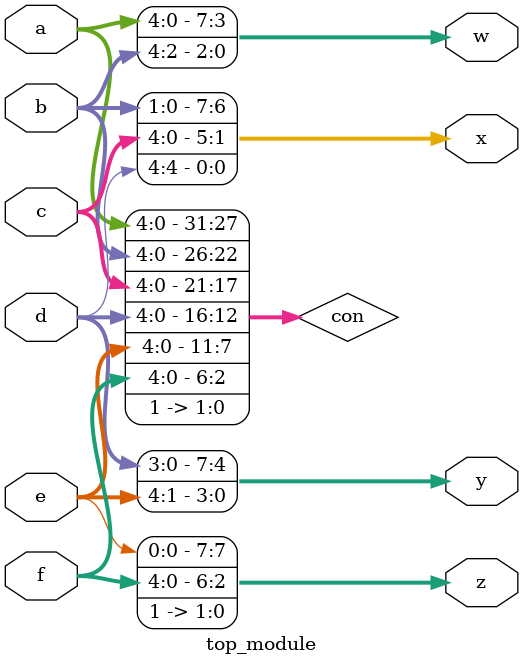
<source format=v>
module top_module (
    input [4:0] a, b, c, d, e, f,
    output [7:0] w, x, y, z );//
    wire [31:0] con;
    assign con={a,b,c,d,e,f,2'b11},
        w=con[31:24],
        x=con[23:16],
        y=con[15:8],
        z=con[7:0];

endmodule


</source>
